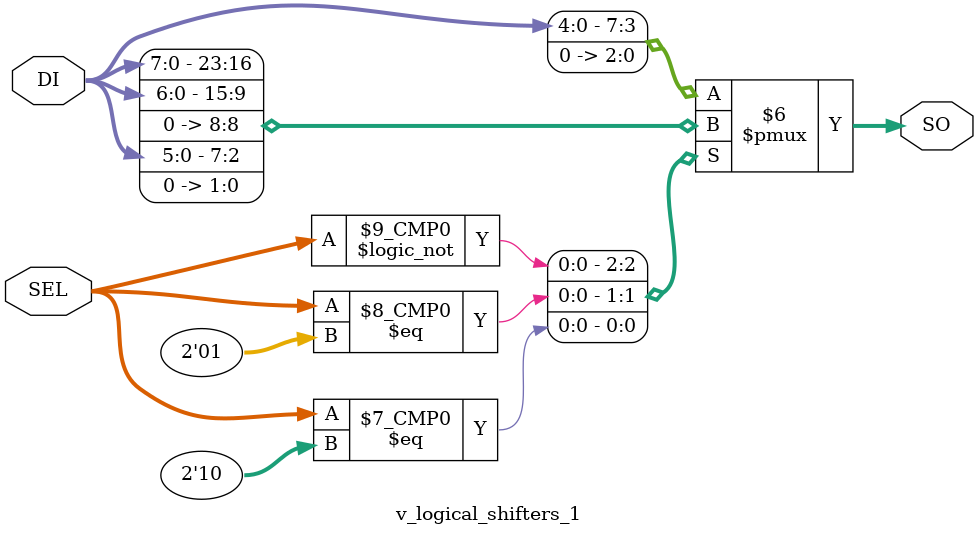
<source format=v>
module v_logical_shifters_1 (DI, SEL, SO);
    input [7:0] DI;
    input [1:0] SEL;
    output [7:0] SO;
    reg [7:0] SO;

    always @(DI or SEL)
    begin
        case (SEL)
            2'b00 : SO = DI;
            2'b01 : SO = DI << 1;
            2'b10 : SO = DI << 2;
            default : SO = DI << 3;
        endcase
    end
endmodule

</source>
